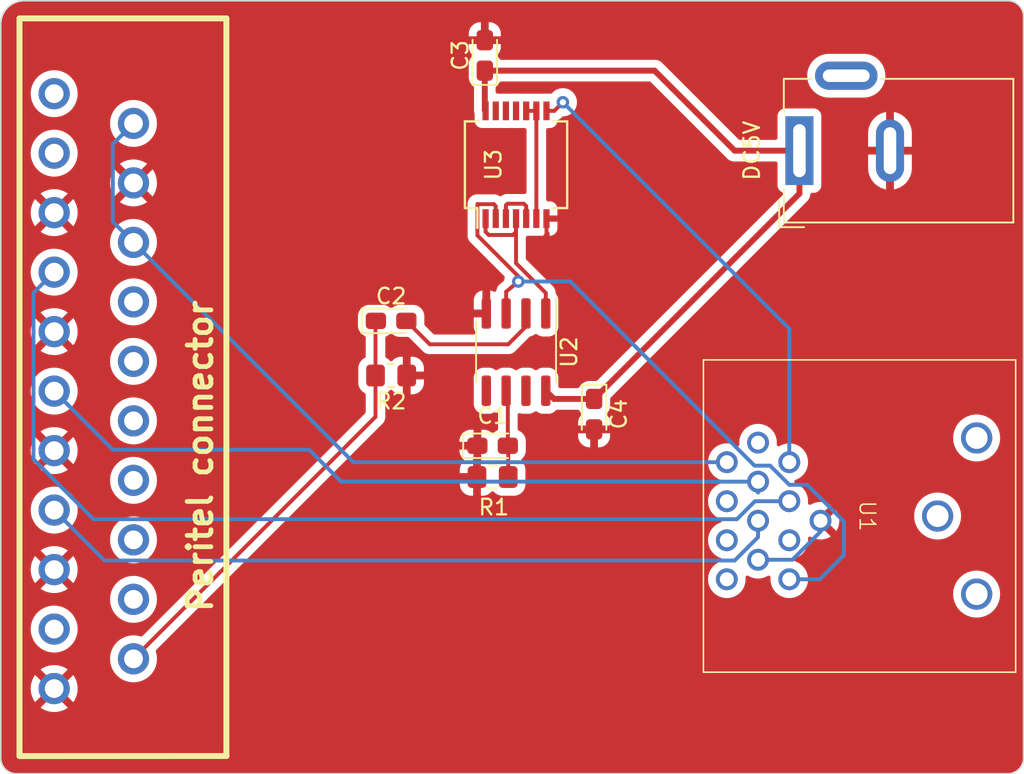
<source format=kicad_pcb>
(kicad_pcb (version 20221018) (generator pcbnew)
  (layers (0 "F.Cu" signal) (31 "B.Cu" signal) (34 "B.Paste" user) (35 "F.Paste" user) (36 "B.SilkS" user "B.Silkscreen") (37 "F.SilkS" user "F.Silkscreen") (38 "B.Mask" user) (39 "F.Mask" user) (44 "Edge.Cuts" user))
  (net 0 "")
  (net 1 "GND")
  (net 2 "Net-(U2-INT)")
  (net 3 "CVBS")
  (net 4 "Net-(U2-VIDEO)")
  (net 6 "AUDIO_L")
  (net 9 "VIDEO_B")
  (net 12 "VIDEO_G")
  (net 15 "VIDEO_R")
  (net 22 "HSYNC")
  (net 24 "VSYNC")
  (net 25 "Net-(U2-CSYNC)")
  (net 27 "+5V")
  (net 28 "Net-(U3-Pad3)")
  (net 29 "Net-(U3-Pad10)")
  (footprint "Package_SO:SSOP-14_5.3x6.2mm_P0.65mm" (layer "F.Cu") (at 150.5 71.5 90)
    (fp_text reference "U3" (at 0 -1.45 90) (layer "F.SilkS"))
    (fp_text value "74LS00")
    (fp_line (start -2.775 -3.275) (end -2.775 -2.475) (stroke (width 0.15)) (layer "F.SilkS"))
    (fp_line (start -2.775 -3.275) (end 2.775 -3.275) (stroke (width 0.15)) (layer "F.SilkS"))
    (fp_line (start -2.775 -2.475) (end -4.05 -2.475) (stroke (width 0.15)) (layer "F.SilkS"))
    (fp_line (start -2.775 3.275) (end -2.775 2.375) (stroke (width 0.15)) (layer "F.SilkS"))
    (fp_line (start -2.775 3.275) (end 2.775 3.275) (stroke (width 0.15)) (layer "F.SilkS"))
    (fp_line (start 2.775 -3.275) (end 2.775 -2.375) (stroke (width 0.15)) (layer "F.SilkS"))
    (fp_line (start 2.775 3.275) (end 2.775 2.375) (stroke (width 0.15)) (layer "F.SilkS"))
    (pad "1" smd rect (at -3.45 -1.95 90) (size 1.2 0.4) (layers "F.Cu" "F.Paste" "F.Mask") (net 25 "Net-(U2-CSYNC)"))
    (pad "2" smd rect (at -3.45 -1.3 90) (size 1.2 0.4) (layers "F.Cu" "F.Paste" "F.Mask") (net 24 "VSYNC"))
    (pad "3" smd rect (at -3.45 -0.65 90) (size 1.2 0.4) (layers "F.Cu" "F.Paste" "F.Mask") (net 28 "Net-(U3-Pad3)"))
    (pad "4" smd rect (at -3.45 0 90) (size 1.2 0.4) (layers "F.Cu" "F.Paste" "F.Mask") (net 25 "Net-(U2-CSYNC)"))
    (pad "5" smd rect (at -3.45 0.65 90) (size 1.2 0.4) (layers "F.Cu" "F.Paste" "F.Mask") (net 28 "Net-(U3-Pad3)"))
    (pad "6" smd rect (at -3.45 1.3 90) (size 1.2 0.4) (layers "F.Cu" "F.Paste" "F.Mask") (net 29 "Net-(U3-Pad10)"))
    (pad "7" smd rect (at -3.45 1.95 90) (size 1.2 0.4) (layers "F.Cu" "F.Paste" "F.Mask") (net 1 "GND"))
    (pad "8" smd rect (at 3.45 1.95 90) (size 1.2 0.4) (layers "F.Cu" "F.Paste" "F.Mask") (net 22 "HSYNC"))
    (pad "9" smd rect (at 3.45 1.3 90) (size 1.2 0.4) (layers "F.Cu" "F.Paste" "F.Mask") (net 29 "Net-(U3-Pad10)"))
    (pad "10" smd rect (at 3.45 0.65 90) (size 1.2 0.4) (layers "F.Cu" "F.Paste" "F.Mask") (net 29 "Net-(U3-Pad10)"))
    (pad "11" smd rect (at 3.45 0 90) (size 1.2 0.4) (layers "F.Cu" "F.Paste" "F.Mask"))
    (pad "12" smd rect (at 3.45 -0.65 90) (size 1.2 0.4) (layers "F.Cu" "F.Paste" "F.Mask"))
    (pad "13" smd rect (at 3.45 -1.3 90) (size 1.2 0.4) (layers "F.Cu" "F.Paste" "F.Mask"))
    (pad "14" smd rect (at 3.45 -1.95 90) (size 1.2 0.4) (layers "F.Cu" "F.Paste" "F.Mask") (net 27 "+5V"))
  )
  (footprint "Capacitor_Tantalum_SMD:CP_EIA-2012-15_AVX-P_Pad1.30x1.05mm_HandSolder" (layer "F.Cu") (at 148.5 64.5 90)
    (fp_text reference "C3" (at 0 -1.58 90) (layer "F.SilkS"))
    (fp_text value "0.1µF")
    (fp_line (start -1.885 -0.785) (end -1.885 0.785) (stroke (width 0.12)) (layer "F.SilkS"))
    (fp_line (start -1.885 0.785) (end 1 0.785) (stroke (width 0.12)) (layer "F.SilkS"))
    (fp_line (start 1 -0.785) (end -1.885 -0.785) (stroke (width 0.12)) (layer "F.SilkS"))
    (pad "1" smd roundrect (at -0.975 0 90) (size 1.3 1.05) (layers "F.Cu" "F.Paste" "F.Mask") (roundrect_rratio 0.238095) (net 27 "+5V"))
    (pad "2" smd roundrect (at 0.975 0 90) (size 1.3 1.05) (layers "F.Cu" "F.Paste" "F.Mask") (roundrect_rratio 0.238095) (net 1 "GND"))
  )
  (footprint "Capacitor_Tantalum_SMD:CP_EIA-2012-15_AVX-P_Pad1.30x1.05mm_HandSolder" (layer "F.Cu") (at 142.5 81.5)
    (fp_text reference "C2" (at 0 -1.58) (layer "F.SilkS"))
    (fp_text value "0.1µ")
    (fp_line (start -1.885 -0.785) (end -1.885 0.785) (stroke (width 0.12)) (layer "F.SilkS"))
    (fp_line (start -1.885 0.785) (end 1 0.785) (stroke (width 0.12)) (layer "F.SilkS"))
    (fp_line (start 1 -0.785) (end -1.885 -0.785) (stroke (width 0.12)) (layer "F.SilkS"))
    (pad "1" smd roundrect (at -0.975 0) (size 1.3 1.05) (layers "F.Cu" "F.Paste" "F.Mask") (roundrect_rratio 0.238095) (net 3 "CVBS"))
    (pad "2" smd roundrect (at 0.975 0) (size 1.3 1.05) (layers "F.Cu" "F.Paste" "F.Mask") (roundrect_rratio 0.238095) (net 4 "Net-(U2-VIDEO)"))
  )
  (footprint "Connector_BarrelJack:BarrelJack_Wuerth_6941xx301002" (layer "F.Cu") (at 168.65 70.6 90)
    (fp_text reference "J2" hide)
    (fp_text value "DC5V" (at 0 -3.049234 90) (layer "F.SilkS"))
    (fp_line (start -4.9 -1.3) (end -4.9 0.3) (stroke (width 0.12)) (layer "F.SilkS"))
    (fp_line (start -4.6 -1) (end -2.5 -1) (stroke (width 0.12)) (layer "F.SilkS"))
    (fp_line (start -4.6 13.7) (end -4.6 -1) (stroke (width 0.12)) (layer "F.SilkS"))
    (fp_line (start -3.2 -1.3) (end -4.9 -1.3) (stroke (width 0.12)) (layer "F.SilkS"))
    (fp_line (start 2.5 -1) (end 4.6 -1) (stroke (width 0.12)) (layer "F.SilkS"))
    (fp_line (start 4.6 -1) (end 4.6 0.8) (stroke (width 0.12)) (layer "F.SilkS"))
    (fp_line (start 4.6 5.2) (end 4.6 13.7) (stroke (width 0.12)) (layer "F.SilkS"))
    (fp_line (start 4.6 13.7) (end -4.6 13.7) (stroke (width 0.12)) (layer "F.SilkS"))
    (pad "1" thru_hole rect (at 0 0 90) (size 4.4 1.8) (drill oval 3.4 0.8) (layers "*.Cu" "*.Mask") (net 27 "+5V"))
    (pad "2" thru_hole oval (at 0 5.8 90) (size 4 1.8) (drill oval 3 0.8) (layers "*.Cu" "*.Mask") (net 1 "GND"))
    (pad "3" thru_hole oval (at 4.8 3 180) (size 4 1.8) (drill oval 3 0.8) (layers "*.Cu" "*.Mask"))
  )
  (footprint "Capacitor_Tantalum_SMD:CP_EIA-2012-15_AVX-P_Pad1.30x1.05mm_HandSolder" (layer "F.Cu") (at 155.5 87.475 -90)
    (fp_text reference "C4" (at 0 -1.58 90) (layer "F.SilkS"))
    (fp_text value "0.1µF")
    (fp_line (start -1.885 -0.785) (end -1.885 0.785) (stroke (width 0.12)) (layer "F.SilkS"))
    (fp_line (start -1.885 0.785) (end 1 0.785) (stroke (width 0.12)) (layer "F.SilkS"))
    (fp_line (start 1 -0.785) (end -1.885 -0.785) (stroke (width 0.12)) (layer "F.SilkS"))
    (pad "1" smd roundrect (at -0.975 0 270) (size 1.3 1.05) (layers "F.Cu" "F.Paste" "F.Mask") (roundrect_rratio 0.238095) (net 27 "+5V"))
    (pad "2" smd roundrect (at 0.975 0 270) (size 1.3 1.05) (layers "F.Cu" "F.Paste" "F.Mask") (roundrect_rratio 0.238095) (net 1 "GND"))
  )
  (footprint "Capacitor_Tantalum_SMD:CP_EIA-2012-15_AVX-P_Pad1.30x1.05mm_HandSolder" (layer "F.Cu") (at 149 89.5)
    (fp_text reference "C1" (at 0 -1.918095) (layer "F.SilkS"))
    (fp_text value "0.1µ")
    (fp_line (start -1.885 -0.785) (end -1.885 0.785) (stroke (width 0.12)) (layer "F.SilkS"))
    (fp_line (start -1.885 0.785) (end 1 0.785) (stroke (width 0.12)) (layer "F.SilkS"))
    (fp_line (start 1 -0.785) (end -1.885 -0.785) (stroke (width 0.12)) (layer "F.SilkS"))
    (pad "1" smd roundrect (at -0.975 0) (size 1.3 1.05) (layers "F.Cu" "F.Paste" "F.Mask") (roundrect_rratio 0.238095) (net 1 "GND"))
    (pad "2" smd roundrect (at 0.975 0) (size 1.3 1.05) (layers "F.Cu" "F.Paste" "F.Mask") (roundrect_rratio 0.238095) (net 2 "Net-(U2-INT)"))
  )
  (footprint "Resistor_SMD:R_0805_2012Metric_Pad1.20x1.40mm_HandSolder" (layer "F.Cu") (at 142.5 85 180)
    (fp_text reference "R2" (at 0 -1.65) (layer "F.SilkS"))
    (fp_text value "75Ω")
    (fp_line (start -0.227064 -0.735) (end 0.227064 -0.735) (stroke (width 0.12)) (layer "F.SilkS"))
    (fp_line (start -0.227064 0.735) (end 0.227064 0.735) (stroke (width 0.12)) (layer "F.SilkS"))
    (pad "1" smd roundrect (at -1 0 180) (size 1.2 1.4) (layers "F.Cu" "F.Paste" "F.Mask") (roundrect_rratio 0.208333) (net 1 "GND"))
    (pad "2" smd roundrect (at 1 0 180) (size 1.2 1.4) (layers "F.Cu" "F.Paste" "F.Mask") (roundrect_rratio 0.208333) (net 3 "CVBS"))
  )
  (footprint "Resistor_SMD:R_0805_2012Metric_Pad1.20x1.40mm_HandSolder" (layer "F.Cu") (at 149 91.5)
    (fp_text reference "R1" (at 0.076589 1.938278) (layer "F.SilkS"))
    (fp_text value "680kΩ")
    (fp_line (start -0.227064 -0.735) (end 0.227064 -0.735) (stroke (width 0.12)) (layer "F.SilkS"))
    (fp_line (start -0.227064 0.735) (end 0.227064 0.735) (stroke (width 0.12)) (layer "F.SilkS"))
    (pad "1" smd roundrect (at -1 0) (size 1.2 1.4) (layers "F.Cu" "F.Paste" "F.Mask") (roundrect_rratio 0.208333) (net 1 "GND"))
    (pad "2" smd roundrect (at 1 0) (size 1.2 1.4) (layers "F.Cu" "F.Paste" "F.Mask") (roundrect_rratio 0.208333) (net 2 "Net-(U2-INT)"))
  )
  (footprint "sc1224-scart:SCART" (layer "F.Cu") (at 128.19964 86 90)
    (fp_text reference "J1")
    (fp_text value "Peritel connector" (at -4.16 2.07004 90) (layer "F.SilkS") (effects (font (size 1.524 1.524) (thickness 0.3048))))
    (fp_line (start -23.372 -9.5) (end 23.872 -9.5) (stroke (width 0.381)) (layer "F.SilkS"))
    (fp_line (start -23.372 3.75) (end 23.872 3.75) (stroke (width 0.381)) (layer "F.SilkS"))
    (fp_line (start -23.368 3.75) (end -23.372 -9.5) (stroke (width 0.381)) (layer "F.SilkS"))
    (fp_line (start 23.872 -9.5) (end 23.872 3.75) (stroke (width 0.381)) (layer "F.SilkS"))
    (pad "1" thru_hole circle (at 19.05 -7.27964 90) (size 1.99898 1.99898) (drill 1.19888) (layers "*.Cu" "*.Mask"))
    (pad "2" thru_hole circle (at 17.145 -2.19964 90) (size 1.99898 1.99898) (drill 1.19888) (layers "*.Cu" "*.Mask") (net 6 "AUDIO_L"))
    (pad "3" thru_hole circle (at 15.24 -7.27964 90) (size 1.99898 1.99898) (drill 1.19888) (layers "*.Cu" "*.Mask"))
    (pad "4" thru_hole circle (at 13.335 -2.19964 90) (size 1.99898 1.99898) (drill 1.19888) (layers "*.Cu" "*.Mask") (net 1 "GND"))
    (pad "5" thru_hole circle (at 11.43 -7.27964 90) (size 1.99898 1.99898) (drill 1.19888) (layers "*.Cu" "*.Mask") (net 1 "GND"))
    (pad "6" thru_hole circle (at 9.525 -2.19964 90) (size 1.99898 1.99898) (drill 1.19888) (layers "*.Cu" "*.Mask") (net 6 "AUDIO_L"))
    (pad "7" thru_hole circle (at 7.62 -7.27964 90) (size 1.99898 1.99898) (drill 1.19888) (layers "*.Cu" "*.Mask") (net 9 "VIDEO_B"))
    (pad "8" thru_hole circle (at 5.715 -2.19964 90) (size 1.99898 1.99898) (drill 1.19888) (layers "*.Cu" "*.Mask"))
    (pad "9" thru_hole circle (at 3.81 -7.27964 90) (size 1.99898 1.99898) (drill 1.19888) (layers "*.Cu" "*.Mask") (net 1 "GND"))
    (pad "10" thru_hole circle (at 1.905 -2.19964 90) (size 1.99898 1.99898) (drill 1.19888) (layers "*.Cu" "*.Mask"))
    (pad "11" thru_hole circle (at 0 -7.27964 90) (size 1.99898 1.99898) (drill 1.19888) (layers "*.Cu" "*.Mask") (net 12 "VIDEO_G"))
    (pad "12" thru_hole circle (at -1.905 -2.19964 90) (size 1.99898 1.99898) (drill 1.19888) (layers "*.Cu" "*.Mask"))
    (pad "13" thru_hole circle (at -3.81 -7.27964 90) (size 1.99898 1.99898) (drill 1.19888) (layers "*.Cu" "*.Mask") (net 1 "GND"))
    (pad "14" thru_hole circle (at -5.715 -2.19964 90) (size 1.99898 1.99898) (drill 1.19888) (layers "*.Cu" "*.Mask"))
    (pad "15" thru_hole circle (at -7.62 -7.27964 90) (size 1.99898 1.99898) (drill 1.19888) (layers "*.Cu" "*.Mask") (net 15 "VIDEO_R"))
    (pad "16" thru_hole circle (at -9.525 -2.19964 90) (size 1.99898 1.99898) (drill 1.19888) (layers "*.Cu" "*.Mask"))
    (pad "17" thru_hole circle (at -11.43 -7.27964 90) (size 1.99898 1.99898) (drill 1.19888) (layers "*.Cu" "*.Mask") (net 1 "GND"))
    (pad "18" thru_hole circle (at -13.335 -2.19964 90) (size 1.99898 1.99898) (drill 1.19888) (layers "*.Cu" "*.Mask"))
    (pad "19" thru_hole circle (at -15.24 -7.27964 90) (size 1.99898 1.99898) (drill 1.19888) (layers "*.Cu" "*.Mask"))
    (pad "20" thru_hole circle (at -17.145 -2.19964 90) (size 1.99898 1.99898) (drill 1.19888) (layers "*.Cu" "*.Mask") (net 3 "CVBS"))
    (pad "21" thru_hole circle (at -19.05 -7.27964 90) (size 1.99898 1.99898) (drill 1.19888) (layers "*.Cu" "*.Mask") (net 1 "GND"))
  )
  (footprint "Package_SO:SOIC-8_3.9x4.9mm_P1.27mm" (layer "F.Cu") (at 150.5 83.5 -90)
    (fp_text reference "U2" (at 0 -3.4 90) (layer "F.SilkS"))
    (fp_text value "LM1881")
    (fp_line (start 0 -2.56) (end -3.45 -2.56) (stroke (width 0.12)) (layer "F.SilkS"))
    (fp_line (start 0 -2.56) (end 1.95 -2.56) (stroke (width 0.12)) (layer "F.SilkS"))
    (fp_line (start 0 2.56) (end -1.95 2.56) (stroke (width 0.12)) (layer "F.SilkS"))
    (fp_line (start 0 2.56) (end 1.95 2.56) (stroke (width 0.12)) (layer "F.SilkS"))
    (pad "1" smd roundrect (at -2.475 -1.905 270) (size 1.95 0.6) (layers "F.Cu" "F.Paste" "F.Mask") (net 25 "Net-(U2-CSYNC)"))
    (pad "2" smd roundrect (at -2.475 -0.635 270) (size 1.95 0.6) (layers "F.Cu" "F.Paste" "F.Mask") (net 4 "Net-(U2-VIDEO)"))
    (pad "3" smd roundrect (at -2.475 0.635 270) (size 1.95 0.6) (layers "F.Cu" "F.Paste" "F.Mask") (net 24 "VSYNC"))
    (pad "4" smd roundrect (at -2.475 1.905 270) (size 1.95 0.6) (layers "F.Cu" "F.Paste" "F.Mask") (net 1 "GND"))
    (pad "5" smd roundrect (at 2.475 1.905 270) (size 1.95 0.6) (layers "F.Cu" "F.Paste" "F.Mask"))
    (pad "6" smd roundrect (at 2.475 0.635 270) (size 1.95 0.6) (layers "F.Cu" "F.Paste" "F.Mask") (net 2 "Net-(U2-INT)"))
    (pad "7" smd roundrect (at 2.475 -0.635 270) (size 1.95 0.6) (layers "F.Cu" "F.Paste" "F.Mask"))
    (pad "8" smd roundrect (at 2.475 -1.905 270) (size 1.95 0.6) (layers "F.Cu" "F.Paste" "F.Mask") (net 27 "+5V"))
  )
  (footprint "sc1224-scart:DIN-13" (layer "F.Cu") (at 182.5 94 -90)
    (fp_text reference "U1" (at 0 9.5 -90 unlocked) (layer "F.SilkS") (effects (font (thickness 0.1))))
    (fp_text value "Atari RGB Connector")
    (fp_line (start -10 0) (end 10 0) (stroke (width 0.1)) (layer "F.SilkS"))
    (fp_line (start -10 20) (end -10 0) (stroke (width 0.1)) (layer "F.SilkS"))
    (fp_line (start 10 0) (end 10 20) (stroke (width 0.1)) (layer "F.SilkS"))
    (fp_line (start 10 20) (end -10 20) (stroke (width 0.1)) (layer "F.SilkS"))
    (pad "" thru_hole circle (at -5 2.5 270) (size 2 2) (drill 1.4) (layers "*.Cu" "*.Mask"))
    (pad "" thru_hole circle (at 0 5 270) (size 2 2) (drill 1.4) (layers "*.Cu" "*.Mask"))
    (pad "" thru_hole circle (at 5 2.5 270) (size 2 2) (drill 1.4) (layers "*.Cu" "*.Mask"))
    (pad "1" thru_hole circle (at -3.45 18.5 270) (size 1.4 1.4) (drill 0.9) (layers "*.Cu" "*.Mask") (net 6 "AUDIO_L"))
    (pad "2" thru_hole circle (at -0.95 18.5 270) (size 1.4 1.4) (drill 0.9) (layers "*.Cu" "*.Mask"))
    (pad "3" thru_hole circle (at 1.55 18.5 270) (size 1.4 1.4) (drill 0.9) (layers "*.Cu" "*.Mask"))
    (pad "4" thru_hole circle (at 4.05 18.5 270) (size 1.4 1.4) (drill 0.9) (layers "*.Cu" "*.Mask"))
    (pad "5" thru_hole circle (at -4.7 16.5 270) (size 1.4 1.4) (drill 0.9) (layers "*.Cu" "*.Mask"))
    (pad "6" thru_hole circle (at -2.2 16.5 270) (size 1.4 1.4) (drill 0.9) (layers "*.Cu" "*.Mask") (net 12 "VIDEO_G"))
    (pad "7" thru_hole circle (at 0.3 16.5 270) (size 1.4 1.4) (drill 0.9) (layers "*.Cu" "*.Mask") (net 15 "VIDEO_R"))
    (pad "8" thru_hole circle (at 2.8 16.5 270) (size 1.4 1.4) (drill 0.9) (layers "*.Cu" "*.Mask") (net 1 "GND"))
    (pad "9" thru_hole circle (at -3.45 14.5 270) (size 1.4 1.4) (drill 0.9) (layers "*.Cu" "*.Mask") (net 22 "HSYNC"))
    (pad "10" thru_hole circle (at -0.95 14.5 270) (size 1.4 1.4) (drill 0.9) (layers "*.Cu" "*.Mask") (net 9 "VIDEO_B"))
    (pad "11" thru_hole circle (at 1.55 14.5 270) (size 1.4 1.4) (drill 0.9) (layers "*.Cu" "*.Mask"))
    (pad "12" thru_hole circle (at 4.05 14.5 270) (size 1.4 1.4) (drill 0.9) (layers "*.Cu" "*.Mask") (net 24 "VSYNC"))
    (pad "13" thru_hole circle (at 0.3 12.5 270) (size 1.4 1.4) (drill 0.9) (layers "*.Cu" "*.Mask") (net 1 "GND"))
  )
  (gr_line (start 118.5 110.5) (end 182 110.5) (stroke (width 0.1)) (layer "Edge.Cuts"))
  (gr_arc (start 117.5 62.5) (mid 117.93934 61.43934) (end 119 61) (stroke (width 0.1)) (layer "Edge.Cuts"))
  (gr_arc (start 183 109.5) (mid 182.707107 110.207107) (end 182 110.5) (stroke (width 0.1)) (layer "Edge.Cuts"))
  (gr_arc (start 182 61) (mid 182.707107 61.292893) (end 183 62) (stroke (width 0.1)) (layer "Edge.Cuts"))
  (gr_line (start 183 100) (end 183 109.5) (stroke (width 0.1)) (layer "Edge.Cuts"))
  (gr_line (start 119 61) (end 182 61) (stroke (width 0.1)) (layer "Edge.Cuts"))
  (gr_line (start 183 62) (end 183 100) (stroke (width 0.1)) (layer "Edge.Cuts"))
  (gr_line (start 117.5 62.5) (end 117.5 109.5) (stroke (width 0.1)) (layer "Edge.Cuts"))
  (gr_arc (start 118.5 110.5) (mid 117.792893 110.207107) (end 117.5 109.5) (stroke (width 0.1)) (layer "Edge.Cuts"))
  (segment (start 152.45 74.95) (end 152.45 75.95) (width 0.25) (layer "F.Cu") (net 1))
  (segment (start 152.5 76) (end 152.45 75.95) (width 0.25) (layer "F.Cu") (net 1))
  (segment (start 166 96.8) (end 168.199569 96.8) (width 0.25) (layer "B.Cu") (net 1))
  (segment (start 170 94.999569) (end 170 94.3) (width 0.25) (layer "B.Cu") (net 1))
  (segment (start 168.199569 96.8) (end 170 94.999569) (width 0.25) (layer "B.Cu") (net 1))
  (segment (start 149.975 89.5) (end 149.975 86.085) (width 0.25) (layer "F.Cu") (net 2))
  (segment (start 150 91.5) (end 150 89.525) (width 0.25) (layer "F.Cu") (net 2))
  (segment (start 149.975 86.085) (end 149.865 85.975) (width 0.25) (layer "F.Cu") (net 2))
  (segment (start 150 89.525) (end 149.975 89.5) (width 0.25) (layer "F.Cu") (net 2))
  (segment (start 141.5 85) (end 141.5 81.525) (width 0.25) (layer "F.Cu") (net 3))
  (segment (start 126 103.145) (end 141.5 87.645) (width 0.25) (layer "F.Cu") (net 3))
  (segment (start 141.5 81.525) (end 141.525 81.5) (width 0.25) (layer "F.Cu") (net 3))
  (segment (start 141.5 87.645) (end 141.5 85) (width 0.25) (layer "F.Cu") (net 3))
  (segment (start 144.975 83) (end 150 83) (width 0.25) (layer "F.Cu") (net 4))
  (segment (start 143.475 81.5) (end 144.975 83) (width 0.25) (layer "F.Cu") (net 4))
  (segment (start 150 83) (end 151.135 81.865) (width 0.25) (layer "F.Cu") (net 4))
  (segment (start 151.135 81.865) (end 151.135 81.025) (width 0.25) (layer "F.Cu") (net 4))
  (segment (start 140.075 90.55) (end 164 90.55) (width 0.25) (layer "B.Cu") (net 6))
  (segment (start 124.67551 75.15051) (end 126 76.475) (width 0.25) (layer "B.Cu") (net 6))
  (segment (start 126 76.475) (end 140.075 90.55) (width 0.25) (layer "B.Cu") (net 6))
  (segment (start 124.67551 70.17949) (end 124.67551 75.15051) (width 0.25) (layer "B.Cu") (net 6))
  (segment (start 126 68.855) (end 124.67551 70.17949) (width 0.25) (layer "B.Cu") (net 6))
  (segment (start 123.437398 94.20051) (end 164.649921 94.20051) (width 0.25) (layer "B.Cu") (net 9))
  (segment (start 119.59551 90.358622) (end 123.437398 94.20051) (width 0.25) (layer "B.Cu") (net 9))
  (segment (start 164.649921 94.20051) (end 165.800431 93.05) (width 0.25) (layer "B.Cu") (net 9))
  (segment (start 165.800431 93.05) (end 168 93.05) (width 0.25) (layer "B.Cu") (net 9))
  (segment (start 120.92 78.38) (end 119.59551 79.70449) (width 0.25) (layer "B.Cu") (net 9))
  (segment (start 119.59551 79.70449) (end 119.59551 90.358622) (width 0.25) (layer "B.Cu") (net 9))
  (segment (start 120.92 86) (end 124.67551 89.75551) (width 0.25) (layer "B.Cu") (net 12))
  (segment (start 124.67551 89.75551) (end 137.25551 89.75551) (width 0.25) (layer "B.Cu") (net 12))
  (segment (start 137.25551 89.75551) (end 139.3 91.8) (width 0.25) (layer "B.Cu") (net 12))
  (segment (start 139.3 91.8) (end 166 91.8) (width 0.25) (layer "B.Cu") (net 12))
  (segment (start 166 92.5) (end 166 91.8) (width 0.25) (layer "B.Cu") (net 12))
  (segment (start 124.14949 96.84949) (end 120.92 93.62) (width 0.25) (layer "B.Cu") (net 15))
  (segment (start 166 94.3) (end 166 95.350431) (width 0.25) (layer "B.Cu") (net 15))
  (segment (start 164.500941 96.84949) (end 124.14949 96.84949) (width 0.25) (layer "B.Cu") (net 15))
  (segment (start 166 95.350431) (end 164.500941 96.84949) (width 0.25) (layer "B.Cu") (net 15))
  (segment (start 152.45 68.05) (end 152.95 68.05) (width 0.25) (layer "F.Cu") (net 22))
  (segment (start 152.95 68.05) (end 153.5 67.5) (width 0.25) (layer "F.Cu") (net 22))
  (via (at 153.5 67.5) (size 0.8) (drill 0.4) (layers "F.Cu" "B.Cu") (net 22))
  (segment (start 168 90.55) (end 168 82) (width 0.25) (layer "B.Cu") (net 22))
  (segment (start 168 82) (end 153.5 67.5) (width 0.25) (layer "B.Cu") (net 22))
  (segment (start 150.64546 78.64546) (end 150.64546 78.979467) (width 0.25) (layer "F.Cu") (net 24))
  (segment (start 150.64546 78.979467) (end 150.5 79) (width 0.25) (layer "F.Cu") (net 24))
  (segment (start 148.025 76.025) (end 150.64546 78.64546) (width 0.25) (layer "F.Cu") (net 24))
  (segment (start 149.075 74.025) (end 148.025 74.025) (width 0.25) (layer "F.Cu") (net 24))
  (segment (start 149.865 79.635) (end 150.64546 78.979467) (width 0.25) (layer "F.Cu") (net 24))
  (segment (start 149.2 74.95) (end 149.2 74.15) (width 0.25) (layer "F.Cu") (net 24))
  (segment (start 148.025 74.025) (end 148.025 76.025) (width 0.25) (layer "F.Cu") (net 24))
  (segment (start 149.2 74.15) (end 149.075 74.025) (width 0.25) (layer "F.Cu") (net 24))
  (segment (start 149.865 81.025) (end 149.865 79.635) (width 0.25) (layer "F.Cu") (net 24))
  (via (at 150.64546 78.979467) (size 0.8) (drill 0.4) (layers "F.Cu" "B.Cu") (net 24))
  (segment (start 165.775 90.775) (end 166.775431 90.775) (width 0.25) (layer "B.Cu") (net 24))
  (segment (start 171.5 94.350431) (end 171.5 96.5) (width 0.25) (layer "B.Cu") (net 24))
  (segment (start 166.775431 90.775) (end 168.000431 92) (width 0.25) (layer "B.Cu") (net 24))
  (segment (start 168.000431 92) (end 169.149569 92) (width 0.25) (layer "B.Cu") (net 24))
  (segment (start 171.5 96.5) (end 169.95 98.05) (width 0.25) (layer "B.Cu") (net 24))
  (segment (start 169.149569 92) (end 171.5 94.350431) (width 0.25) (layer "B.Cu") (net 24))
  (segment (start 153.979467 78.979467) (end 165.775 90.775) (width 0.25) (layer "B.Cu") (net 24))
  (segment (start 169.95 98.05) (end 168 98.05) (width 0.25) (layer "B.Cu") (net 24))
  (segment (start 150.64546 78.979467) (end 153.979467 78.979467) (width 0.25) (layer "B.Cu") (net 24))
  (segment (start 148.75 76) (end 150.3 76) (width 0.25) (layer "F.Cu") (net 25))
  (segment (start 150.3 76) (end 150.5 75.8) (width 0.25) (layer "F.Cu") (net 25))
  (segment (start 152.405 79.713702) (end 152.405 81.025) (width 0.25) (layer "F.Cu") (net 25))
  (segment (start 150.5 77.808702) (end 152.405 79.713702) (width 0.25) (layer "F.Cu") (net 25))
  (segment (start 148.55 74.95) (end 148.55 75.8) (width 0.25) (layer "F.Cu") (net 25))
  (segment (start 150.5 74.95) (end 150.5 77.808702) (width 0.25) (layer "F.Cu") (net 25))
  (segment (start 148.55 75.8) (end 148.75 76) (width 0.25) (layer "F.Cu") (net 25))
  (segment (start 150.5 75.8) (end 150.5 74.95) (width 0.25) (layer "F.Cu") (net 25))
  (segment (start 148.5 65.475) (end 148.5 68) (width 0.381) (layer "F.Cu") (net 27))
  (segment (start 159.375 65.475) (end 148.5 65.475) (width 0.381) (layer "F.Cu") (net 27))
  (segment (start 148.5 68) (end 148.55 68.05) (width 0.381) (layer "F.Cu") (net 27))
  (segment (start 168.65 73.35) (end 168.65 70.6) (width 0.381) (layer "F.Cu") (net 27))
  (segment (start 164.5 70.6) (end 159.375 65.475) (width 0.381) (layer "F.Cu") (net 27))
  (segment (start 152.93 86.5) (end 152.405 85.975) (width 0.381) (layer "F.Cu") (net 27))
  (segment (start 164.5 77.5) (end 168.65 73.35) (width 0.381) (layer "F.Cu") (net 27))
  (segment (start 155.5 86.5) (end 152.93 86.5) (width 0.381) (layer "F.Cu") (net 27))
  (segment (start 164.5 70.6) (end 168.65 70.6) (width 0.381) (layer "F.Cu") (net 27))
  (segment (start 164.5 77.5) (end 155.5 86.5) (width 0.381) (layer "F.Cu") (net 27))
  (segment (start 151.15 74.15) (end 151.15 74.95) (width 0.25) (layer "F.Cu") (net 28))
  (segment (start 149.95 74) (end 151 74) (width 0.25) (layer "F.Cu") (net 28))
  (segment (start 149.85 74.95) (end 149.85 74.1) (width 0.25) (layer "F.Cu") (net 28))
  (segment (start 149.85 74.1) (end 149.95 74) (width 0.25) (layer "F.Cu") (net 28))
  (segment (start 151 74) (end 151.15 74.15) (width 0.25) (layer "F.Cu") (net 28))
  (segment (start 151.8 68.05) (end 151.8 74.95) (width 0.25) (layer "F.Cu") (net 29))
  (segment (start 151.15 68.05) (end 151.8 68.05) (width 0.25) (layer "F.Cu") (net 29))
  (zone (net 1) (net_name "GND") (layer "F.Cu") (connect_pads (clearance 0.5)) (min_thickness 0.25) (fill yes (thermal_gap 0.5) (thermal_bridge_width 0.5))
    (polygon (pts (xy 117.5 61) (xy 183 61) (xy 183 110.5) (xy 117.5 110.5)))
  )
)
</source>
